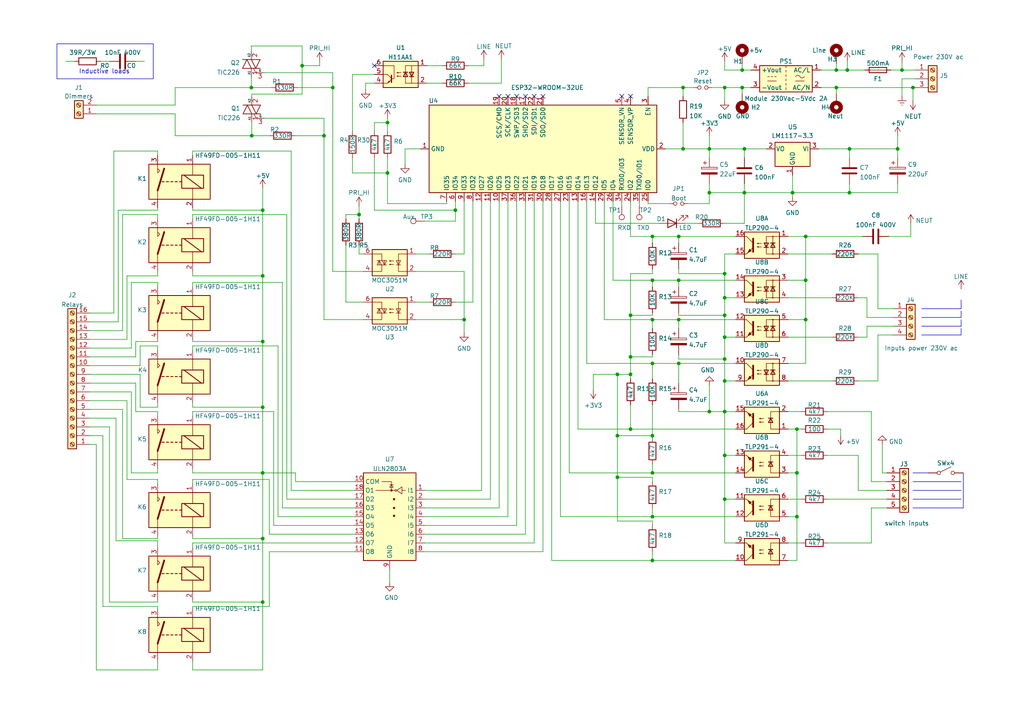
<source format=kicad_sch>
(kicad_sch (version 20220404) (generator eeschema)
  (paper "A4")
  (junction (at 182.88 108.585))
  (junction (at 189.23 105.41))
  (junction (at 76.2 156.21))
  (junction (at 189.23 126.365))
  (junction (at 73.025 39.37))
  (junction (at 242.57 25.4))
  (junction (at 233.68 68.58))
  (junction (at 189.23 137.16))
  (junction (at 182.88 91.44))
  (junction (at 134.62 92.71))
  (junction (at 198.12 25.4))
  (junction (at 76.2 80.01))
  (junction (at 112.395 50.165))
  (junction (at 215.9 43.18))
  (junction (at 189.23 68.58))
  (junction (at 205.74 55.88))
  (junction (at 210.185 104.14))
  (junction (at 231.14 124.46))
  (junction (at 179.07 126.365))
  (junction (at 210.185 25.4))
  (junction (at 189.23 92.71))
  (junction (at 76.2 137.16))
  (junction (at 210.185 79.375))
  (junction (at 242.57 20.32))
  (junction (at 96.52 25.4))
  (junction (at 196.85 68.58))
  (junction (at 231.14 137.16))
  (junction (at 76.2 174.625))
  (junction (at 182.88 124.46))
  (junction (at 210.185 91.44))
  (junction (at 198.12 43.18))
  (junction (at 246.38 55.88))
  (junction (at 215.265 25.4))
  (junction (at 205.74 119.38))
  (junction (at 210.185 144.78))
  (junction (at 233.68 92.71))
  (junction (at 112.395 35.56))
  (junction (at 189.23 81.28))
  (junction (at 182.88 103.505))
  (junction (at 189.23 149.86))
  (junction (at 76.2 99.06))
  (junction (at 76.2 118.11))
  (junction (at 210.185 132.08))
  (junction (at 215.265 20.32))
  (junction (at 261.62 20.32))
  (junction (at 72.898 25.4))
  (junction (at 233.68 81.28))
  (junction (at 229.87 55.88))
  (junction (at 93.98 39.37))
  (junction (at 179.07 108.585))
  (junction (at 205.74 43.18))
  (junction (at 104.14 62.23))
  (junction (at 246.38 43.18))
  (junction (at 196.85 92.71))
  (junction (at 215.9 55.88))
  (junction (at 179.07 138.43))
  (junction (at 260.35 43.18))
  (junction (at 196.85 81.28))
  (junction (at 210.185 110.49))
  (junction (at 76.2 60.96))
  (junction (at 231.14 149.86))
  (junction (at 196.85 105.41))
  (junction (at 87.63 19.05))
  (junction (at 245.745 20.32))
  (junction (at 264.795 25.4))
  (junction (at 210.185 119.38))
  (junction (at 132.08 60.96))
  (junction (at 210.185 86.36))
  (junction (at 210.185 97.79))
  (junction (at 189.23 162.56))
  (no_connect (at 144.78 27.94))
  (no_connect (at 147.32 27.94))
  (no_connect (at 149.86 27.94))
  (no_connect (at 152.4 27.94))
  (no_connect (at 154.94 27.94))
  (no_connect (at 180.34 27.94))
  (no_connect (at 157.48 27.94))
  (no_connect (at 182.88 27.94))
  (no_connect (at 108.585 19.05))
  (wire (pts (xy 26.035 123.825) (xy 31.75 123.825)))
  (wire (pts (xy 261.62 22.86) (xy 261.62 27.94)))
  (wire (pts (xy 93.98 34.29) (xy 93.98 39.37)))
  (wire (pts (xy 76.2 60.96) (xy 76.2 80.01)))
  (wire (pts (xy 189.23 134.62) (xy 189.23 137.16)))
  (wire (pts (xy 73.025 39.37) (xy 78.105 39.37)))
  (wire (pts (xy 40.64 100.33) (xy 40.64 106.045)))
  (wire (pts (xy 228.6 68.58) (xy 233.68 68.58)))
  (wire (pts (xy 45.72 80.01) (xy 45.72 78.74)))
  (wire (pts (xy 259.08 89.535) (xy 254.635 89.535)))
  (wire (pts (xy 55.88 139.065) (xy 55.88 140.335)))
  (wire (pts (xy 189.23 105.41) (xy 196.85 105.41)))
  (wire (pts (xy 55.88 43.815) (xy 84.455 43.815)))
  (polyline (pts (xy 278.765 90.17) (xy 278.765 92.075)))
  (wire (pts (xy 210.185 25.4) (xy 210.185 29.21)))
  (wire (pts (xy 189.23 117.475) (xy 189.23 126.365)))
  (wire (pts (xy 231.14 124.46) (xy 232.41 124.46)))
  (wire (pts (xy 39.37 99.06) (xy 39.37 103.505)))
  (wire (pts (xy 132.08 87.63) (xy 137.16 87.63)))
  (wire (pts (xy 45.72 139.065) (xy 45.72 140.335)))
  (wire (pts (xy 139.7 142.24) (xy 123.19 142.24)))
  (wire (pts (xy 228.6 73.66) (xy 241.3 73.66)))
  (wire (pts (xy 35.56 62.23) (xy 35.56 95.885)))
  (wire (pts (xy 123.19 160.02) (xy 157.48 160.02)))
  (wire (pts (xy 177.8 81.28) (xy 189.23 81.28)))
  (wire (pts (xy 196.85 104.14) (xy 210.185 104.14)))
  (wire (pts (xy 196.85 90.805) (xy 196.85 91.44)))
  (wire (pts (xy 35.56 156.21) (xy 45.72 156.21)))
  (wire (pts (xy 189.23 151.13) (xy 179.07 151.13)))
  (wire (pts (xy 78.105 175.895) (xy 78.105 160.02)))
  (wire (pts (xy 26.035 90.805) (xy 33.02 90.805)))
  (wire (pts (xy 121.92 43.18) (xy 117.475 43.18)))
  (polyline (pts (xy 279.4 137.16) (xy 279.4 147.32)))
  (wire (pts (xy 29.845 175.895) (xy 45.72 175.895)))
  (wire (pts (xy 254.635 73.66) (xy 248.92 73.66)))
  (wire (pts (xy 210.185 97.79) (xy 210.185 104.14)))
  (wire (pts (xy 260.35 53.34) (xy 260.35 55.88)))
  (wire (pts (xy 228.6 81.28) (xy 233.68 81.28)))
  (wire (pts (xy 45.72 194.31) (xy 45.72 191.77)))
  (wire (pts (xy 26.035 118.745) (xy 35.56 118.745)))
  (wire (pts (xy 189.23 160.02) (xy 189.23 162.56)))
  (wire (pts (xy 231.14 137.16) (xy 228.6 137.16)))
  (wire (pts (xy 105.41 92.71) (xy 93.98 92.71)))
  (wire (pts (xy 210.185 132.08) (xy 213.36 132.08)))
  (wire (pts (xy 167.64 124.46) (xy 167.64 58.42)))
  (wire (pts (xy 27.94 194.31) (xy 45.72 194.31)))
  (wire (pts (xy 27.94 30.48) (xy 50.8 30.48)))
  (wire (pts (xy 199.39 59.055) (xy 205.74 59.055)))
  (wire (pts (xy 233.68 81.28) (xy 233.68 68.58)))
  (wire (pts (xy 189.23 126.365) (xy 179.07 126.365)))
  (wire (pts (xy 45.72 101.6) (xy 45.72 100.33)))
  (wire (pts (xy 36.83 139.065) (xy 45.72 139.065)))
  (wire (pts (xy 79.375 119.38) (xy 79.375 152.4)))
  (wire (pts (xy 55.88 174.625) (xy 76.2 174.625)))
  (wire (pts (xy 87.63 13.335) (xy 87.63 19.05)))
  (wire (pts (xy 55.88 120.65) (xy 55.88 119.38)))
  (wire (pts (xy 87.63 19.05) (xy 87.63 27.305)))
  (wire (pts (xy 123.825 19.05) (xy 128.27 19.05)))
  (wire (pts (xy 154.94 58.42) (xy 154.94 157.48)))
  (wire (pts (xy 205.74 53.34) (xy 205.74 55.88)))
  (wire (pts (xy 259.08 94.615) (xy 251.46 94.615)))
  (wire (pts (xy 45.72 176.53) (xy 45.72 175.895)))
  (wire (pts (xy 50.8 30.48) (xy 50.8 25.4)))
  (wire (pts (xy 108.585 38.1) (xy 108.585 35.56)))
  (wire (pts (xy 85.725 39.37) (xy 93.98 39.37)))
  (wire (pts (xy 182.88 91.44) (xy 189.23 91.44)))
  (wire (pts (xy 196.85 79.375) (xy 210.185 79.375)))
  (wire (pts (xy 39.37 111.125) (xy 26.035 111.125)))
  (polyline (pts (xy 264.795 139.7) (xy 278.765 139.7)))
  (wire (pts (xy 102.235 21.59) (xy 102.235 38.1)))
  (wire (pts (xy 228.6 86.36) (xy 241.3 86.36)))
  (wire (pts (xy 228.6 110.49) (xy 241.3 110.49)))
  (wire (pts (xy 257.175 139.7) (xy 252.73 139.7)))
  (wire (pts (xy 112.395 45.72) (xy 112.395 50.165)))
  (wire (pts (xy 189.23 92.71) (xy 189.23 95.25)))
  (wire (pts (xy 196.85 92.71) (xy 189.23 92.71)))
  (wire (pts (xy 123.19 154.94) (xy 152.4 154.94)))
  (wire (pts (xy 80.645 100.33) (xy 80.645 149.86)))
  (wire (pts (xy 120.65 92.71) (xy 134.62 92.71)))
  (wire (pts (xy 198.755 64.77) (xy 202.565 64.77)))
  (wire (pts (xy 112.395 34.29) (xy 112.395 35.56)))
  (wire (pts (xy 96.52 78.74) (xy 105.41 78.74)))
  (wire (pts (xy 55.88 157.48) (xy 102.87 157.48)))
  (wire (pts (xy 251.46 86.36) (xy 248.92 86.36)))
  (wire (pts (xy 196.85 119.38) (xy 205.74 119.38)))
  (wire (pts (xy 205.74 43.18) (xy 215.9 43.18)))
  (wire (pts (xy 112.395 50.165) (xy 102.235 50.165)))
  (wire (pts (xy 76.2 156.21) (xy 76.2 174.625)))
  (wire (pts (xy 264.16 64.77) (xy 264.16 68.58)))
  (wire (pts (xy 210.185 132.08) (xy 210.185 144.78)))
  (wire (pts (xy 248.92 132.08) (xy 248.92 142.24)))
  (wire (pts (xy 96.52 21.082) (xy 96.52 25.4)))
  (wire (pts (xy 78.105 154.94) (xy 102.87 154.94)))
  (wire (pts (xy 264.16 68.58) (xy 257.81 68.58)))
  (wire (pts (xy 102.87 147.32) (xy 81.915 147.32)))
  (wire (pts (xy 252.73 157.48) (xy 240.03 157.48)))
  (wire (pts (xy 189.23 162.56) (xy 160.02 162.56)))
  (wire (pts (xy 213.36 149.86) (xy 189.23 149.86)))
  (wire (pts (xy 72.898 14.732) (xy 72.898 13.335)))
  (wire (pts (xy 210.185 157.48) (xy 213.36 157.48)))
  (wire (pts (xy 240.03 144.78) (xy 257.175 144.78)))
  (wire (pts (xy 182.88 91.44) (xy 182.88 103.505)))
  (wire (pts (xy 245.745 17.78) (xy 245.745 20.32)))
  (wire (pts (xy 165.1 137.16) (xy 189.23 137.16)))
  (wire (pts (xy 170.18 105.41) (xy 189.23 105.41)))
  (wire (pts (xy 215.9 55.88) (xy 229.87 55.88)))
  (wire (pts (xy 113.03 165.1) (xy 113.03 168.91)))
  (wire (pts (xy 26.035 113.665) (xy 38.1 113.665)))
  (wire (pts (xy 260.35 39.37) (xy 260.35 43.18)))
  (wire (pts (xy 45.72 119.38) (xy 39.37 119.38)))
  (wire (pts (xy 55.88 98.425) (xy 55.88 99.06)))
  (wire (pts (xy 29.845 175.895) (xy 29.845 126.365)))
  (wire (pts (xy 45.72 100.33) (xy 40.64 100.33)))
  (wire (pts (xy 189.23 138.43) (xy 179.07 138.43)))
  (wire (pts (xy 189.23 152.4) (xy 189.23 151.13)))
  (polyline (pts (xy 278.765 86.995) (xy 278.765 89.535)))
  (wire (pts (xy 112.395 35.56) (xy 112.395 38.1)))
  (wire (pts (xy 255.905 128.905) (xy 255.905 137.16)))
  (wire (pts (xy 36.83 116.205) (xy 36.83 139.065)))
  (wire (pts (xy 87.63 19.05) (xy 92.71 19.05)))
  (wire (pts (xy 238.125 20.32) (xy 242.57 20.32)))
  (wire (pts (xy 210.185 86.36) (xy 210.185 91.44)))
  (wire (pts (xy 261.62 17.78) (xy 261.62 20.32)))
  (wire (pts (xy 31.75 123.825) (xy 31.75 174.625)))
  (wire (pts (xy 135.89 24.13) (xy 145.415 24.13)))
  (wire (pts (xy 137.16 58.42) (xy 137.16 87.63)))
  (wire (pts (xy 157.48 160.02) (xy 157.48 58.42)))
  (wire (pts (xy 84.455 142.24) (xy 102.87 142.24)))
  (polyline (pts (xy 267.335 94.615) (xy 278.765 94.615)))
  (wire (pts (xy 189.23 78.105) (xy 189.23 79.375)))
  (wire (pts (xy 237.49 43.18) (xy 246.38 43.18)))
  (wire (pts (xy 251.46 92.075) (xy 251.46 86.36)))
  (wire (pts (xy 139.7 58.42) (xy 139.7 142.24)))
  (wire (pts (xy 26.035 98.425) (xy 36.83 98.425)))
  (wire (pts (xy 177.8 58.42) (xy 177.8 81.28)))
  (wire (pts (xy 38.1 137.16) (xy 38.1 113.665)))
  (wire (pts (xy 45.72 156.21) (xy 45.72 155.575)))
  (wire (pts (xy 76.708 21.082) (xy 96.52 21.082)))
  (wire (pts (xy 257.175 147.32) (xy 252.73 147.32)))
  (wire (pts (xy 55.88 175.895) (xy 78.105 175.895)))
  (wire (pts (xy 55.88 135.89) (xy 55.88 137.16)))
  (wire (pts (xy 254.635 97.155) (xy 254.635 110.49)))
  (wire (pts (xy 45.72 45.085) (xy 45.72 43.815)))
  (wire (pts (xy 182.88 103.505) (xy 182.88 108.585)))
  (wire (pts (xy 189.23 105.41) (xy 189.23 109.855)))
  (wire (pts (xy 93.98 39.37) (xy 93.98 92.71)))
  (wire (pts (xy 26.035 128.905) (xy 27.94 128.905)))
  (wire (pts (xy 33.655 156.845) (xy 33.655 121.285)))
  (polyline (pts (xy 264.795 142.24) (xy 278.765 142.24)))
  (wire (pts (xy 55.88 99.06) (xy 76.2 99.06)))
  (wire (pts (xy 172.72 64.77) (xy 172.72 58.42)))
  (wire (pts (xy 152.4 154.94) (xy 152.4 58.42)))
  (wire (pts (xy 149.86 152.4) (xy 123.19 152.4)))
  (wire (pts (xy 228.6 162.56) (xy 231.14 162.56)))
  (polyline (pts (xy 264.795 144.78) (xy 278.765 144.78)))
  (wire (pts (xy 86.36 25.4) (xy 96.52 25.4)))
  (wire (pts (xy 228.6 97.79) (xy 241.3 97.79)))
  (wire (pts (xy 254.635 110.49) (xy 248.92 110.49)))
  (wire (pts (xy 29.21 17.78) (xy 31.75 17.78)))
  (wire (pts (xy 29.845 126.365) (xy 26.035 126.365)))
  (wire (pts (xy 182.88 124.46) (xy 213.36 124.46)))
  (wire (pts (xy 210.185 20.32) (xy 215.265 20.32)))
  (wire (pts (xy 189.23 92.71) (xy 175.26 92.71)))
  (wire (pts (xy 39.37 103.505) (xy 26.035 103.505)))
  (wire (pts (xy 120.65 73.66) (xy 124.46 73.66)))
  (wire (pts (xy 257.175 142.24) (xy 248.92 142.24)))
  (wire (pts (xy 34.29 60.96) (xy 45.72 60.96)))
  (wire (pts (xy 55.88 158.75) (xy 55.88 157.48)))
  (wire (pts (xy 117.475 43.18) (xy 117.475 47.625)))
  (wire (pts (xy 215.265 25.4) (xy 217.805 25.4)))
  (wire (pts (xy 40.64 106.045) (xy 26.035 106.045)))
  (wire (pts (xy 210.185 91.44) (xy 210.185 97.79)))
  (wire (pts (xy 189.23 81.28) (xy 196.85 81.28)))
  (wire (pts (xy 134.62 92.71) (xy 134.62 78.74)))
  (wire (pts (xy 50.8 39.37) (xy 73.025 39.37)))
  (wire (pts (xy 55.88 60.96) (xy 76.2 60.96)))
  (wire (pts (xy 246.38 55.88) (xy 260.35 55.88)))
  (wire (pts (xy 215.265 18.415) (xy 215.265 20.32)))
  (wire (pts (xy 27.94 33.02) (xy 50.8 33.02)))
  (wire (pts (xy 252.73 119.38) (xy 252.73 139.7)))
  (wire (pts (xy 229.87 55.88) (xy 246.38 55.88)))
  (polyline (pts (xy 278.765 92.71) (xy 278.765 94.615)))
  (wire (pts (xy 55.88 175.895) (xy 55.88 176.53)))
  (wire (pts (xy 182.88 124.46) (xy 167.64 124.46)))
  (wire (pts (xy 108.585 35.56) (xy 112.395 35.56)))
  (wire (pts (xy 213.36 73.66) (xy 210.185 73.66)))
  (wire (pts (xy 198.12 35.56) (xy 198.12 43.18)))
  (wire (pts (xy 55.88 100.33) (xy 80.645 100.33)))
  (wire (pts (xy 112.395 59.055) (xy 112.395 50.165)))
  (wire (pts (xy 210.185 79.375) (xy 210.185 86.36)))
  (wire (pts (xy 55.88 118.11) (xy 76.2 118.11)))
  (wire (pts (xy 129.54 59.055) (xy 112.395 59.055)))
  (polyline (pts (xy 264.795 137.16) (xy 269.24 137.16)))
  (wire (pts (xy 246.38 43.18) (xy 246.38 45.72)))
  (wire (pts (xy 45.72 116.84) (xy 45.72 118.11)))
  (wire (pts (xy 120.65 78.74) (xy 134.62 78.74)))
  (wire (pts (xy 228.6 92.71) (xy 233.68 92.71)))
  (wire (pts (xy 26.035 93.345) (xy 34.29 93.345)))
  (wire (pts (xy 45.72 98.425) (xy 45.72 99.06)))
  (wire (pts (xy 147.32 149.86) (xy 147.32 58.42)))
  (wire (pts (xy 92.71 17.78) (xy 92.71 19.05)))
  (wire (pts (xy 144.78 147.32) (xy 123.19 147.32)))
  (wire (pts (xy 36.83 80.01) (xy 45.72 80.01)))
  (wire (pts (xy 205.74 55.88) (xy 215.9 55.88)))
  (wire (pts (xy 45.72 62.23) (xy 35.56 62.23)))
  (wire (pts (xy 198.12 43.18) (xy 205.74 43.18)))
  (wire (pts (xy 185.42 58.42) (xy 185.42 59.69)))
  (wire (pts (xy 215.9 55.88) (xy 215.9 64.77)))
  (wire (pts (xy 229.87 50.8) (xy 229.87 55.88)))
  (wire (pts (xy 231.14 149.86) (xy 231.14 137.16)))
  (wire (pts (xy 210.185 104.14) (xy 210.185 110.49)))
  (wire (pts (xy 120.65 87.63) (xy 124.46 87.63)))
  (wire (pts (xy 182.88 117.475) (xy 182.88 124.46)))
  (wire (pts (xy 259.08 92.075) (xy 251.46 92.075)))
  (wire (pts (xy 76.2 99.06) (xy 76.2 118.11)))
  (wire (pts (xy 45.72 135.89) (xy 45.72 137.16)))
  (wire (pts (xy 189.23 83.185) (xy 189.23 81.28)))
  (wire (pts (xy 179.07 126.365) (xy 179.07 108.585)))
  (wire (pts (xy 104.14 73.66) (xy 105.41 73.66)))
  (wire (pts (xy 228.6 157.48) (xy 232.41 157.48)))
  (polyline (pts (xy 278.765 95.25) (xy 278.765 97.155)))
  (wire (pts (xy 134.62 92.71) (xy 134.62 96.52)))
  (wire (pts (xy 154.94 157.48) (xy 123.19 157.48)))
  (wire (pts (xy 264.795 25.4) (xy 265.43 25.4)))
  (wire (pts (xy 196.85 92.71) (xy 196.85 95.25)))
  (wire (pts (xy 205.74 59.055) (xy 205.74 55.88)))
  (wire (pts (xy 73.025 27.305) (xy 73.025 27.94)))
  (wire (pts (xy 149.86 58.42) (xy 149.86 152.4)))
  (wire (pts (xy 194.31 59.055) (xy 187.96 59.055)))
  (wire (pts (xy 76.2 54.61) (xy 76.2 60.96)))
  (wire (pts (xy 72.898 25.4) (xy 78.74 25.4)))
  (wire (pts (xy 189.23 68.58) (xy 196.85 68.58)))
  (wire (pts (xy 196.85 111.125) (xy 196.85 105.41)))
  (wire (pts (xy 78.105 139.065) (xy 78.105 154.94)))
  (wire (pts (xy 106.045 24.13) (xy 106.045 26.035)))
  (wire (pts (xy 72.898 13.335) (xy 87.63 13.335)))
  (wire (pts (xy 135.89 19.05) (xy 140.335 19.05)))
  (wire (pts (xy 104.14 59.69) (xy 104.14 62.23)))
  (wire (pts (xy 45.72 83.185) (xy 45.72 81.915)))
  (wire (pts (xy 233.68 92.71) (xy 233.68 81.28)))
  (wire (pts (xy 245.745 20.32) (xy 250.825 20.32)))
  (wire (pts (xy 189.23 68.58) (xy 189.23 70.485)))
  (wire (pts (xy 76.2 174.625) (xy 76.2 194.31)))
  (wire (pts (xy 132.08 64.135) (xy 132.08 60.96)))
  (wire (pts (xy 179.07 138.43) (xy 179.07 126.365)))
  (wire (pts (xy 34.29 93.345) (xy 34.29 60.96)))
  (wire (pts (xy 39.37 17.78) (xy 41.91 17.78)))
  (wire (pts (xy 196.85 118.745) (xy 196.85 119.38)))
  (wire (pts (xy 180.34 58.42) (xy 180.34 59.69)))
  (wire (pts (xy 50.8 25.4) (xy 72.898 25.4)))
  (wire (pts (xy 26.035 116.205) (xy 36.83 116.205)))
  (wire (pts (xy 87.63 27.305) (xy 73.025 27.305)))
  (wire (pts (xy 210.185 119.38) (xy 210.185 132.08)))
  (wire (pts (xy 189.23 79.375) (xy 182.88 79.375)))
  (wire (pts (xy 198.12 25.4) (xy 187.96 25.4)))
  (wire (pts (xy 257.175 137.16) (xy 255.905 137.16)))
  (wire (pts (xy 83.185 62.23) (xy 55.88 62.23)))
  (wire (pts (xy 213.36 144.78) (xy 210.185 144.78)))
  (wire (pts (xy 264.795 25.4) (xy 264.795 29.21)))
  (wire (pts (xy 55.88 119.38) (xy 79.375 119.38)))
  (wire (pts (xy 189.23 137.16) (xy 213.36 137.16)))
  (wire (pts (xy 55.88 101.6) (xy 55.88 100.33)))
  (wire (pts (xy 144.78 58.42) (xy 144.78 147.32)))
  (wire (pts (xy 81.915 81.915) (xy 55.88 81.915)))
  (wire (pts (xy 55.88 78.74) (xy 55.88 80.01)))
  (wire (pts (xy 172.72 64.77) (xy 191.135 64.77)))
  (polyline (pts (xy 267.335 89.535) (xy 278.765 89.535)))
  (wire (pts (xy 33.655 121.285) (xy 26.035 121.285)))
  (wire (pts (xy 100.33 62.23) (xy 104.14 62.23)))
  (wire (pts (xy 228.6 119.38) (xy 232.41 119.38)))
  (wire (pts (xy 38.1 81.915) (xy 38.1 100.965)))
  (wire (pts (xy 205.74 119.38) (xy 210.185 119.38)))
  (wire (pts (xy 240.03 132.08) (xy 248.92 132.08)))
  (wire (pts (xy 198.12 27.94) (xy 198.12 25.4)))
  (wire (pts (xy 189.23 139.7) (xy 189.23 138.43)))
  (wire (pts (xy 72.898 22.352) (xy 72.898 25.4)))
  (wire (pts (xy 76.835 34.29) (xy 93.98 34.29)))
  (wire (pts (xy 251.46 94.615) (xy 251.46 97.79)))
  (wire (pts (xy 189.23 102.87) (xy 189.23 103.505)))
  (wire (pts (xy 231.14 124.46) (xy 231.14 137.16)))
  (wire (pts (xy 76.2 80.01) (xy 76.2 99.06)))
  (wire (pts (xy 45.72 120.65) (xy 45.72 119.38)))
  (wire (pts (xy 55.88 80.01) (xy 76.2 80.01)))
  (wire (pts (xy 242.57 18.415) (xy 242.57 20.32)))
  (wire (pts (xy 38.1 100.965) (xy 26.035 100.965)))
  (wire (pts (xy 179.07 151.13) (xy 179.07 138.43)))
  (wire (pts (xy 206.375 25.4) (xy 210.185 25.4)))
  (wire (pts (xy 228.6 105.41) (xy 233.68 105.41)))
  (wire (pts (xy 215.265 20.32) (xy 217.805 20.32)))
  (wire (pts (xy 78.105 160.02) (xy 102.87 160.02)))
  (wire (pts (xy 55.88 60.325) (xy 55.88 60.96)))
  (wire (pts (xy 76.2 194.31) (xy 55.88 194.31)))
  (wire (pts (xy 76.2 118.11) (xy 76.2 137.16)))
  (wire (pts (xy 55.88 156.21) (xy 76.2 156.21)))
  (wire (pts (xy 189.23 149.86) (xy 162.56 149.86)))
  (wire (pts (xy 108.585 21.59) (xy 102.235 21.59)))
  (wire (pts (xy 55.88 137.16) (xy 76.2 137.16)))
  (wire (pts (xy 39.37 119.38) (xy 39.37 111.125)))
  (wire (pts (xy 196.85 70.485) (xy 196.85 68.58)))
  (wire (pts (xy 229.87 55.88) (xy 229.87 57.15)))
  (wire (pts (xy 210.185 64.77) (xy 215.9 64.77)))
  (wire (pts (xy 205.74 45.72) (xy 205.74 43.18)))
  (wire (pts (xy 175.26 58.42) (xy 175.26 92.71)))
  (wire (pts (xy 45.72 99.06) (xy 39.37 99.06)))
  (wire (pts (xy 189.23 103.505) (xy 182.88 103.505)))
  (wire (pts (xy 213.36 162.56) (xy 189.23 162.56)))
  (wire (pts (xy 215.265 27.305) (xy 215.265 25.4)))
  (wire (pts (xy 210.185 110.49) (xy 210.185 119.38)))
  (wire (pts (xy 189.23 127) (xy 189.23 126.365)))
  (wire (pts (xy 170.18 105.41) (xy 170.18 58.42)))
  (wire (pts (xy 198.12 25.4) (xy 201.295 25.4)))
  (wire (pts (xy 45.72 137.16) (xy 38.1 137.16)))
  (wire (pts (xy 100.33 63.5) (xy 100.33 62.23)))
  (wire (pts (xy 233.68 105.41) (xy 233.68 92.71)))
  (wire (pts (xy 19.05 17.78) (xy 21.59 17.78)))
  (wire (pts (xy 96.52 25.4) (xy 96.52 78.74)))
  (wire (pts (xy 205.74 39.37) (xy 205.74 43.18)))
  (wire (pts (xy 55.88 62.23) (xy 55.88 63.5)))
  (wire (pts (xy 196.85 81.28) (xy 196.85 83.185)))
  (wire (pts (xy 123.825 24.13) (xy 128.27 24.13)))
  (wire (pts (xy 228.6 132.08) (xy 232.41 132.08)))
  (wire (pts (xy 196.85 68.58) (xy 213.36 68.58)))
  (wire (pts (xy 55.88 194.31) (xy 55.88 191.77)))
  (wire (pts (xy 233.68 68.58) (xy 250.19 68.58)))
  (wire (pts (xy 165.1 137.16) (xy 165.1 58.42)))
  (wire (pts (xy 45.72 43.815) (xy 33.02 43.815)))
  (wire (pts (xy 55.88 173.99) (xy 55.88 174.625)))
  (wire (pts (xy 179.07 108.585) (xy 182.88 108.585)))
  (wire (pts (xy 222.25 43.18) (xy 215.9 43.18)))
  (wire (pts (xy 182.88 108.585) (xy 182.88 109.855)))
  (wire (pts (xy 265.43 22.86) (xy 261.62 22.86)))
  (wire (pts (xy 172.085 113.03) (xy 172.085 108.585)))
  (wire (pts (xy 213.36 81.28) (xy 196.85 81.28)))
  (wire (pts (xy 45.72 156.845) (xy 33.655 156.845)))
  (wire (pts (xy 242.57 20.32) (xy 245.745 20.32)))
  (wire (pts (xy 40.64 108.585) (xy 40.64 118.11)))
  (wire (pts (xy 196.85 91.44) (xy 210.185 91.44)))
  (wire (pts (xy 45.72 158.75) (xy 45.72 156.845)))
  (wire (pts (xy 210.185 97.79) (xy 213.36 97.79)))
  (wire (pts (xy 83.185 144.78) (xy 83.185 62.23)))
  (wire (pts (xy 259.08 97.155) (xy 254.635 97.155)))
  (wire (pts (xy 228.6 144.78) (xy 232.41 144.78)))
  (polyline (pts (xy 264.795 147.32) (xy 279.4 147.32)))
  (wire (pts (xy 123.19 64.135) (xy 132.08 64.135)))
  (wire (pts (xy 81.915 147.32) (xy 81.915 81.915)))
  (wire (pts (xy 45.72 174.625) (xy 45.72 173.99)))
  (wire (pts (xy 243.84 126.365) (xy 243.84 124.46)))
  (wire (pts (xy 76.2 137.16) (xy 76.2 156.21)))
  (wire (pts (xy 215.9 43.18) (xy 215.9 45.72)))
  (wire (pts (xy 134.62 58.42) (xy 134.62 73.66)))
  (wire (pts (xy 160.02 162.56) (xy 160.02 58.42)))
  (wire (pts (xy 260.35 43.18) (xy 260.35 45.72)))
  (wire (pts (xy 132.08 60.96) (xy 108.585 60.96)))
  (wire (pts (xy 50.8 33.02) (xy 50.8 39.37)))
  (wire (pts (xy 140.335 19.05) (xy 140.335 17.145)))
  (wire (pts (xy 261.62 20.32) (xy 265.43 20.32)))
  (wire (pts (xy 228.6 149.86) (xy 231.14 149.86)))
  (wire (pts (xy 145.415 24.13) (xy 145.415 17.145)))
  (wire (pts (xy 210.185 110.49) (xy 213.36 110.49)))
  (wire (pts (xy 240.03 119.38) (xy 252.73 119.38)))
  (wire (pts (xy 73.025 35.56) (xy 73.025 39.37)))
  (wire (pts (xy 85.725 139.7) (xy 85.725 137.16)))
  (wire (pts (xy 102.235 50.165) (xy 102.235 45.72)))
  (wire (pts (xy 104.14 62.23) (xy 104.14 63.5)))
  (wire (pts (xy 258.445 20.32) (xy 261.62 20.32)))
  (wire (pts (xy 210.185 73.66) (xy 210.185 79.375)))
  (polyline (pts (xy 267.335 92.075) (xy 278.765 92.075)))
  (wire (pts (xy 187.96 59.055) (xy 187.96 58.42)))
  (wire (pts (xy 102.87 144.78) (xy 83.185 144.78)))
  (wire (pts (xy 55.88 116.84) (xy 55.88 118.11)))
  (wire (pts (xy 100.33 71.12) (xy 100.33 87.63)))
  (wire (pts (xy 104.14 71.12) (xy 104.14 73.66)))
  (wire (pts (xy 31.75 174.625) (xy 45.72 174.625)))
  (wire (pts (xy 123.19 149.86) (xy 147.32 149.86)))
  (wire (pts (xy 196.85 105.41) (xy 213.36 105.41)))
  (wire (pts (xy 205.74 111.76) (xy 205.74 119.38)))
  (wire (pts (xy 172.085 108.585) (xy 179.07 108.585)))
  (wire (pts (xy 182.88 79.375) (xy 182.88 91.44)))
  (wire (pts (xy 254.635 89.535) (xy 254.635 73.66)))
  (wire (pts (xy 132.08 60.96) (xy 132.08 58.42)))
  (wire (pts (xy 55.88 45.085) (xy 55.88 43.815)))
  (wire (pts (xy 196.85 78.105) (xy 196.85 79.375)))
  (wire (pts (xy 27.94 128.905) (xy 27.94 194.31)))
  (wire (pts (xy 55.88 81.915) (xy 55.88 83.185)))
  (wire (pts (xy 231.14 149.86) (xy 231.14 162.56)))
  (wire (pts (xy 248.92 97.79) (xy 251.46 97.79)))
  (wire (pts (xy 213.36 92.71) (xy 196.85 92.71)))
  (wire (pts (xy 187.96 25.4) (xy 187.96 27.94)))
  (wire (pts (xy 238.125 25.4) (xy 242.57 25.4)))
  (wire (pts (xy 45.72 118.11) (xy 40.64 118.11)))
  (wire (pts (xy 129.54 59.055) (xy 129.54 58.42)))
  (wire (pts (xy 79.375 152.4) (xy 102.87 152.4)))
  (wire (pts (xy 108.585 24.13) (xy 106.045 24.13)))
  (wire (pts (xy 215.9 53.34) (xy 215.9 55.88)))
  (wire (pts (xy 134.62 73.66) (xy 132.08 73.66)))
  (wire (pts (xy 33.02 43.815) (xy 33.02 90.805)))
  (wire (pts (xy 196.85 102.87) (xy 196.85 104.14)))
  (wire (pts (xy 108.585 60.96) (xy 108.585 45.72)))
  (wire (pts (xy 35.56 118.745) (xy 35.56 156.21)))
  (wire (pts (xy 35.56 95.885) (xy 26.035 95.885)))
  (wire (pts (xy 36.83 98.425) (xy 36.83 80.01)))
  (wire (pts (xy 210.185 25.4) (xy 215.265 25.4)))
  (wire (pts (xy 252.73 147.32) (xy 252.73 157.48)))
  (wire (pts (xy 142.24 144.78) (xy 142.24 58.42)))
  (wire (pts (xy 189.23 147.32) (xy 189.23 149.86)))
  (wire (pts (xy 80.645 149.86) (xy 102.87 149.86)))
  (wire (pts (xy 228.6 124.46) (xy 231.14 124.46)))
  (wire (pts (xy 213.36 119.38) (xy 210.185 119.38)))
  (wire (pts (xy 40.64 108.585) (xy 26.035 108.585)))
  (wire (pts (xy 182.88 58.42) (xy 182.88 68.58)))
  (wire (pts (xy 242.57 25.4) (xy 242.57 27.305)))
  (wire (pts (xy 84.455 43.815) (xy 84.455 142.24)))
  (wire (pts (xy 210.185 86.36) (xy 213.36 86.36)))
  (wire (pts (xy 243.84 124.46) (xy 240.03 124.46)))
  (wire (pts (xy 55.88 139.065) (xy 78.105 139.065)))
  (wire (pts (xy 105.41 87.63) (xy 100.33 87.63)))
  (wire (pts (xy 246.38 43.18) (xy 260.35 43.18)))
  (wire (pts (xy 246.38 53.34) (xy 246.38 55.88)))
  (wire (pts (xy 193.04 43.18) (xy 198.12 43.18)))
  (wire (pts (xy 182.88 68.58) (xy 189.23 68.58)))
  (polyline (pts (xy 267.335 97.155) (xy 278.765 97.155)))
  (wire (pts (xy 45.72 63.5) (xy 45.72 62.23)))
  (wire (pts (xy 102.87 139.7) (xy 85.725 139.7)))
  (wire (pts (xy 55.88 155.575) (xy 55.88 156.21)))
  (wire (pts (xy 123.19 144.78) (xy 142.24 144.78)))
  (wire (pts (xy 45.72 60.96) (xy 45.72 60.325)))
  (wire (pts (xy 85.725 137.16) (xy 76.2 137.16)))
  (wire (pts (xy 45.72 81.915) (xy 38.1 81.915)))
  (wire (pts (xy 189.23 90.805) (xy 189.23 91.44)))
  (wire (pts (xy 162.56 149.86) (xy 162.56 58.42)))
  (wire (pts (xy 242.57 25.4) (xy 264.795 25.4)))
  (wire (pts (xy 210.185 17.78) (xy 210.185 20.32)))
  (wire (pts (xy 210.185 144.78) (xy 210.185 157.48)))
  (rectangle (start 16.51 12.7) (end 44.45 22.86) (stroke (width 0.1524)))
  (text "Inductive loads" (at 22.86 21.59 0) (effects (font (size 1.27 1.27)) (justify left bottom)))
  (symbol (lib_id "power:NEUT") (at 264.795 29.21 180) (unit 1)
    (default_instance (reference "U") (unit 1) (value "") (footprint ""))
    (property "Reference" "#PWR018" (effects hide))
    (property "Value" "NEUT" (at 264.795 33.7725 0))
  )
  (symbol (lib_id "Device:R") (at 112.395 41.91 180) (unit 1)
    (default_instance (reference "U") (unit 1) (value "") (footprint ""))
    (property "Reference" "R6" (at 114.173 41.0015 0) (effects (justify right)))
    (property "Value" "4k7" (at 112.395 43.815 90) (effects (justify right)))
    (property "Footprint" "Resistor_SMD:R_0805_2012Metric" (effects hide))
  )
  (symbol (lib_id "power:+5V") (at 243.84 126.365 180) (unit 1)
    (default_instance (reference "U") (unit 1) (value "") (footprint ""))
    (property "Reference" "#PWR019" (effects hide))
    (property "Value" "+5V" (at 245.237 128.114 0) (effects (justify right)))
  )
  (symbol (lib_id "Device:R") (at 245.11 110.49 90) (unit 1)
    (default_instance (reference "U") (unit 1) (value "") (footprint ""))
    (property "Reference" "R29" (at 245.11 107.95 90))
    (property "Value" "220K" (at 245.11 110.49 90))
    (property "Footprint" "Resistor_SMD:R_0805_2012Metric" (effects hide))
  )
  (symbol (lib_id "Device:R") (at 189.23 113.665 0) (unit 1)
    (default_instance (reference "U") (unit 1) (value "") (footprint ""))
    (property "Reference" "R15" (at 191.008 112.7565 0) (effects (justify left)))
    (property "Value" "10K" (at 189.23 115.57 90) (effects (justify left)))
    (property "Footprint" "Resistor_SMD:R_0805_2012Metric" (effects hide))
  )
  (symbol (lib_id "Device:CP") (at 196.85 99.06 0) (unit 1)
    (default_instance (reference "U") (unit 1) (value "") (footprint ""))
    (property "Reference" "C3" (at 199.771 97.2625 0) (effects (justify left)))
    (property "Value" "4.7uF" (at 199.771 100.0376 0) (effects (justify left)))
    (property "Footprint" "Capacitor_SMD:CP_Elec_3x5.4" (effects hide))
  )
  (symbol (lib_id "power:NEUT") (at 264.16 64.77 0) (unit 1)
    (default_instance (reference "U") (unit 1) (value "") (footprint ""))
    (property "Reference" "#PWR023" (effects hide))
    (property "Value" "NEUT" (at 265.557 63.979 0) (effects (justify left)))
  )
  (symbol (lib_id "Isolator:TLP291-4") (at 220.98 134.62 180) (unit 2)
    (default_instance (reference "U") (unit 1) (value "") (footprint ""))
    (property "Reference" "U6" (at 220.98 126.8435 0))
    (property "Value" "TLP291-4" (at 220.98 129.6186 0))
    (property "Footprint" "Package_SO:SOIC-16_4.55x10.3mm_P1.27mm" (effects hide))
    (property "Datasheet" "https://toshiba.semicon-storage.com/info/docget.jsp?did=12858&prodName=TLP291-4" (effects hide))
  )
  (symbol (lib_id "Connector:Screw_Terminal_01x05") (at 262.255 142.24 0) (unit 1)
    (default_instance (reference "U") (unit 1) (value "") (footprint ""))
    (property "Reference" "J3" (at 260.985 134.62 0) (effects (justify left)))
    (property "Value" "switch inputs" (at 256.54 151.765 0) (effects (justify left)))
    (property "Footprint" "Connector_Phoenix_MC:PhoenixContact_MCV_1,5_5-G-3.5_1x05_P3.50mm_Vertical" (effects hide))
  )
  (symbol (lib_id "Isolator:TLP291-4") (at 220.98 121.92 180) (unit 1)
    (default_instance (reference "U") (unit 1) (value "") (footprint ""))
    (property "Reference" "U6" (at 220.98 114.1435 0))
    (property "Value" "TLP291-4" (at 220.98 116.9186 0))
    (property "Footprint" "Package_SO:SOIC-16_4.55x10.3mm_P1.27mm" (effects hide))
    (property "Datasheet" "https://toshiba.semicon-storage.com/info/docget.jsp?did=12858&prodName=TLP291-4" (effects hide))
  )
  (symbol (lib_id "Device:R") (at 245.11 86.36 90) (unit 1)
    (default_instance (reference "U") (unit 1) (value "") (footprint ""))
    (property "Reference" "R27" (at 245.11 83.82 90))
    (property "Value" "220K" (at 245.11 86.36 90))
    (property "Footprint" "Resistor_SMD:R_0805_2012Metric" (effects hide))
  )
  (symbol (lib_id "power:+3V3") (at 112.395 34.29 0) (unit 1)
    (default_instance (reference "U") (unit 1) (value "") (footprint ""))
    (property "Reference" "#PWR05" (effects hide))
    (property "Value" "+3V3" (at 112.395 30.6855 0))
  )
  (symbol (lib_id "Connector:Screw_Terminal_01x03") (at 270.51 22.86 0) (unit 1)
    (default_instance (reference "U") (unit 1) (value "") (footprint ""))
    (property "Reference" "J5" (at 272.542 21.9515 0) (effects (justify left)))
    (property "Value" "Power 230V ac" (at 264.795 16.51 0) (effects (justify left)))
    (property "Footprint" "Connector_Phoenix_MC_HighVoltage:PhoenixContact_MCV_1,5_3-G-5.08_1x03_P5.08mm_Vertical" (effects hide))
  )
  (symbol (lib_id "Device:R") (at 198.12 31.75 180) (unit 1)
    (default_instance (reference "U") (unit 1) (value "") (footprint ""))
    (property "Reference" "R19" (at 199.898 30.8415 0) (effects (justify right)))
    (property "Value" "10K" (at 199.898 33.6166 0) (effects (justify right)))
    (property "Footprint" "Resistor_SMD:R_0805_2012Metric" (effects hide))
  )
  (symbol (lib_id "Connector:Screw_Terminal_01x02") (at 22.86 33.02 180) (unit 1)
    (default_instance (reference "J") (unit 1) (value "Screw_Terminal_01x02") (footprint ""))
    (property "Reference" "J1" (at 22.86 25.4 0))
    (property "Value" "Dimmers" (at 22.86 27.94 0))
    (property "Footprint" "Connector_Phoenix_MC:PhoenixContact_MCV_1,5_2-G-3.81_1x02_P3.81mm_Vertical" (effects hide))
  )
  (symbol (lib_id "power:GND") (at 255.905 128.905 180) (unit 1)
    (default_instance (reference "U") (unit 1) (value "") (footprint ""))
    (property "Reference" "#PWR020" (effects hide))
    (property "Value" "GND" (at 257.81 128.114 0) (effects (justify right)))
  )
  (symbol (lib_name "SANYOU_SRD_Form_A_1") (lib_id "Relay:SANYOU_SRD_Form_A") (at 50.8 109.22 0) (mirror y) (unit 1)
    (default_instance (reference "U") (unit 1) (value "") (footprint ""))
    (property "Reference" "K4" (at 40.005 107.315 0) (effects (justify right)))
    (property "Value" "HF49FD-005-1H11" (at 56.515 101.6 0) (effects (justify right)))
    (property "Footprint" "Relay_THT:Relay_HF49FDxxx-1h1" (effects hide))
  )
  (symbol (lib_id "Device:Jumper_NO_Small") (at 196.85 59.055 0) (unit 1)
    (default_instance (reference "U") (unit 1) (value "") (footprint ""))
    (property "Reference" "JP1" (at 196.85 54.7075 0))
    (property "Value" "Boot" (at 196.85 57.4826 0))
    (property "Footprint" "TestPoint:TestPoint_2Pads_Pitch2.54mm_Drill0.8mm" (effects hide))
  )
  (symbol (lib_id "Device:R") (at 189.23 130.81 0) (unit 1)
    (default_instance (reference "U") (unit 1) (value "") (footprint ""))
    (property "Reference" "R16" (at 191.008 129.9015 0) (effects (justify left)))
    (property "Value" "4k7" (at 189.23 132.715 90) (effects (justify left)))
    (property "Footprint" "Resistor_SMD:R_0805_2012Metric" (effects hide))
  )
  (symbol (lib_name "SANYOU_SRD_Form_A_1") (lib_id "Relay:SANYOU_SRD_Form_A") (at 50.8 147.955 0) (mirror y) (unit 1)
    (default_instance (reference "U") (unit 1) (value "") (footprint ""))
    (property "Reference" "K6" (at 39.878 147.0465 0) (effects (justify right)))
    (property "Value" "HF49FD-005-1H11" (at 56.515 140.335 0) (effects (justify right)))
    (property "Footprint" "Relay_THT:Relay_HF49FDxxx-1h1" (effects hide))
  )
  (symbol (lib_id "Device:Fuse") (at 254.635 20.32 90) (unit 1)
    (default_instance (reference "U") (unit 1) (value "") (footprint ""))
    (property "Reference" "F1" (at 254.635 22.86 90))
    (property "Value" "500mA" (at 254.635 18.3666 90))
    (property "Footprint" "Fuse:Fuse_Littelfuse_372_D8.50mm" (effects hide))
  )
  (symbol (lib_id "Isolator:TLP290-4") (at 220.98 71.12 0) (mirror y) (unit 1)
    (default_instance (reference "U") (unit 1) (value "") (footprint ""))
    (property "Reference" "U8" (at 220.98 63.3435 0))
    (property "Value" "TLP290-4" (at 220.98 66.1186 0))
    (property "Footprint" "Package_DIP:DIP-16_W7.62mm" (effects hide))
    (property "Datasheet" "https://toshiba.semicon-storage.com/info/docget.jsp?did=12855&prodName=TLP290-4" (effects hide))
  )
  (symbol (lib_id "Isolator:TLP291-4") (at 220.98 147.32 180) (unit 3)
    (default_instance (reference "U") (unit 1) (value "") (footprint ""))
    (property "Reference" "U6" (at 220.98 139.5435 0))
    (property "Value" "TLP291-4" (at 220.98 142.3186 0))
    (property "Footprint" "Package_SO:SOIC-16_4.55x10.3mm_P1.27mm" (effects hide))
    (property "Datasheet" "https://toshiba.semicon-storage.com/info/docget.jsp?did=12858&prodName=TLP291-4" (effects hide))
  )
  (symbol (lib_id "Device:R") (at 236.22 119.38 90) (unit 1)
    (default_instance (reference "U") (unit 1) (value "") (footprint ""))
    (property "Reference" "R21" (at 236.22 117.475 90))
    (property "Value" "4k7" (at 236.22 119.38 90))
    (property "Footprint" "Resistor_SMD:R_0805_2012Metric" (effects hide))
  )
  (symbol (lib_id "Connector:TestPoint") (at 123.19 64.135 90) (unit 1)
    (default_instance (reference "U") (unit 1) (value "") (footprint ""))
    (property "Reference" "TP3" (at 121.92 62.865 90) (effects (justify right)))
    (property "Value" "Aux." (at 116.84 62.865 90) (effects (justify right)))
    (property "Footprint" "TestPoint:TestPoint_THTPad_1.5x1.5mm_Drill0.7mm" (effects hide))
  )
  (symbol (lib_id "power:LINE") (at 245.745 17.78 0) (unit 1)
    (default_instance (reference "U") (unit 1) (value "") (footprint ""))
    (property "Reference" "#PWR017" (effects hide))
    (property "Value" "LINE" (at 248.92 15.24 0))
  )
  (symbol (lib_id "Transistor_Array:ULN2803A") (at 113.03 147.32 0) (mirror y) (unit 1)
    (default_instance (reference "U") (unit 1) (value "") (footprint ""))
    (property "Reference" "U7" (at 113.03 133.1935 0))
    (property "Value" "ULN2803A" (at 113.03 135.9686 0))
    (property "Footprint" "Package_SO:SOIC-18W_7.5x11.6mm_P1.27mm" (effects hide))
    (property "Datasheet" "http://www.ti.com/lit/ds/symlink/uln2803a.pdf" (effects hide))
  )
  (symbol (lib_id "Device:R") (at 189.23 86.995 0) (unit 1)
    (default_instance (reference "U") (unit 1) (value "") (footprint ""))
    (property "Reference" "R13" (at 191.008 86.0865 0) (effects (justify left)))
    (property "Value" "10K" (at 189.23 88.9 90) (effects (justify left)))
    (property "Footprint" "Resistor_SMD:R_0805_2012Metric" (effects hide))
  )
  (symbol (lib_id "Mechanical:MountingHole_Pad") (at 215.265 29.845 180) (unit 1)
    (default_instance (reference "U") (unit 1) (value "") (footprint ""))
    (property "Reference" "H2" (at 217.805 31.115 0) (effects (justify right)))
    (property "Value" "GND" (at 213.36 33.655 0) (effects (justify right)))
    (property "Footprint" "Connector_Pin:Pin_D1.0mm_L10.0mm" (effects hide))
  )
  (symbol (lib_id "Device:R") (at 189.23 99.06 0) (unit 1)
    (default_instance (reference "U") (unit 1) (value "") (footprint ""))
    (property "Reference" "R14" (at 191.008 98.1515 0) (effects (justify left)))
    (property "Value" "10K" (at 189.23 100.965 90) (effects (justify left)))
    (property "Footprint" "Resistor_SMD:R_0805_2012Metric" (effects hide))
  )
  (symbol (lib_id "Connector:Screw_Terminal_01x16") (at 20.955 111.125 180) (unit 1)
    (default_instance (reference "U") (unit 1) (value "") (footprint ""))
    (property "Reference" "J2" (at 20.955 85.5685 0))
    (property "Value" "Relays" (at 20.955 88.3436 0))
    (property "Footprint" "Connector_Phoenix_MC:PhoenixContact_MCV_1,5_16-GF-3.5_1x16_P3.50mm_Vertical_ThreadedFlange_MountHole" (effects hide))
  )
  (symbol (lib_id "Device:R") (at 189.23 74.295 0) (unit 1)
    (default_instance (reference "U") (unit 1) (value "") (footprint ""))
    (property "Reference" "R12" (at 191.008 73.3865 0) (effects (justify left)))
    (property "Value" "10K" (at 189.23 76.2 90) (effects (justify left)))
    (property "Footprint" "Resistor_SMD:R_0805_2012Metric" (effects hide))
  )
  (symbol (lib_id "Device:R") (at 132.08 19.05 90) (unit 1)
    (default_instance (reference "U") (unit 1) (value "") (footprint ""))
    (property "Reference" "R9" (at 132.08 17.145 90))
    (property "Value" "66K" (at 132.08 19.05 90))
    (property "Footprint" "Resistor_THT:R_Axial_DIN0207_L6.3mm_D2.5mm_P10.16mm_Horizontal" (effects hide))
  )
  (symbol (lib_id "Device:R") (at 82.55 25.4 270) (unit 1)
    (default_instance (reference "U") (unit 1) (value "") (footprint ""))
    (property "Reference" "R1" (at 81.6415 23.622 90) (effects (justify right)))
    (property "Value" "330R" (at 85.09 25.4 90) (effects (justify right)))
    (property "Footprint" "Resistor_THT:R_Axial_DIN0207_L6.3mm_D2.5mm_P10.16mm_Horizontal" (effects hide))
  )
  (symbol (lib_id "power:+3V3") (at 172.085 113.03 180) (unit 1)
    (default_instance (reference "U") (unit 1) (value "") (footprint ""))
    (property "Reference" "#PWR011" (effects hide))
    (property "Value" "+3V3" (at 172.085 117.5925 0))
  )
  (symbol (lib_name "SANYOU_SRD_Form_A_1") (lib_id "Relay:SANYOU_SRD_Form_A") (at 50.8 90.805 0) (mirror y) (unit 1)
    (default_instance (reference "U") (unit 1) (value "") (footprint ""))
    (property "Reference" "K3" (at 39.878 89.8965 0) (effects (justify right)))
    (property "Value" "HF49FD-005-1H11" (at 56.515 83.185 0) (effects (justify right)))
    (property "Footprint" "Relay_THT:Relay_HF49FDxxx-1h1" (effects hide))
  )
  (symbol (lib_id "power:GND") (at 117.475 47.625 0) (unit 1)
    (default_instance (reference "U") (unit 1) (value "") (footprint ""))
    (property "Reference" "#PWR07" (effects hide))
    (property "Value" "GND" (at 117.475 52.1875 0))
  )
  (symbol (lib_id "Device:C") (at 246.38 49.53 0) (unit 1)
    (default_instance (reference "U") (unit 1) (value "") (footprint ""))
    (property "Reference" "C7" (at 249.301 48.6215 0) (effects (justify left)))
    (property "Value" "100nF" (at 249.301 51.3966 0) (effects (justify left)))
    (property "Footprint" "Capacitor_SMD:C_0805_2012Metric" (effects hide))
  )
  (symbol (lib_id "power:GND") (at 134.62 96.52 0) (unit 1)
    (default_instance (reference "U") (unit 1) (value "") (footprint ""))
    (property "Reference" "#PWR08" (effects hide))
    (property "Value" "GND" (at 134.62 101.0825 0))
  )
  (symbol (lib_id "Device:R") (at 236.22 124.46 90) (unit 1)
    (default_instance (reference "U") (unit 1) (value "") (footprint ""))
    (property "Reference" "R22" (at 236.22 121.92 90))
    (property "Value" "100" (at 236.22 124.46 90))
    (property "Footprint" "Resistor_SMD:R_0805_2012Metric" (effects hide))
  )
  (symbol (lib_id "Mechanical:MountingHole_Pad") (at 215.265 15.875 0) (unit 1)
    (default_instance (reference "U") (unit 1) (value "") (footprint ""))
    (property "Reference" "H1" (at 212.725 17.78 0) (effects (justify left)))
    (property "Value" "+5v" (at 217.17 14.605 0) (effects (justify left)))
    (property "Footprint" "Connector_Pin:Pin_D1.0mm_L10.0mm" (effects hide))
  )
  (symbol (lib_id "Device:R") (at 236.22 132.08 90) (unit 1)
    (default_instance (reference "U") (unit 1) (value "") (footprint ""))
    (property "Reference" "R23" (at 236.22 130.175 90))
    (property "Value" "4k7" (at 236.22 132.08 90))
    (property "Footprint" "Resistor_SMD:R_0805_2012Metric" (effects hide))
  )
  (symbol (lib_id "Device:LED") (at 194.945 64.77 180) (unit 1)
    (default_instance (reference "U") (unit 1) (value "") (footprint ""))
    (property "Reference" "D1" (at 191.77 63.5 0))
    (property "Value" "LED" (at 198.755 66.04 0))
    (property "Footprint" "LED_SMD:LED_0805_2012Metric" (effects hide))
  )
  (symbol (lib_id "Device:CP") (at 196.85 74.295 0) (unit 1)
    (default_instance (reference "U") (unit 1) (value "") (footprint ""))
    (property "Reference" "C1" (at 199.771 72.4975 0) (effects (justify left)))
    (property "Value" "4.7uF" (at 199.771 75.2726 0) (effects (justify left)))
    (property "Footprint" "Capacitor_SMD:CP_Elec_3x5.4" (effects hide))
  )
  (symbol (lib_id "Isolator:H11AA1") (at 116.205 21.59 0) (mirror y) (unit 1)
    (default_instance (reference "U") (unit 1) (value "") (footprint ""))
    (property "Reference" "U1" (at 116.205 13.8135 0))
    (property "Value" "H11AA1" (at 116.205 16.5886 0))
    (property "Footprint" "Package_DIP:DIP-6_W7.62mm_SMDSocket_SmallPads" (effects hide))
    (property "Datasheet" "https://www.vishay.com/docs/83608/h11aa1.pdf" (effects hide))
  )
  (symbol (lib_id "power:LINE") (at 278.765 83.82 0) (unit 1) (in_bom no) (on_board no)
    (default_instance (reference "U") (unit 1) (value "") (footprint ""))
    (property "Reference" "#PWR024" (effects hide))
    (property "Value" "LINE" (at 278.765 80.2155 0))
  )
  (symbol (lib_id "Isolator:TLP290-4") (at 220.98 107.95 0) (mirror y) (unit 4)
    (default_instance (reference "U") (unit 1) (value "") (footprint ""))
    (property "Reference" "U8" (at 220.98 100.1735 0))
    (property "Value" "TLP290-4" (at 220.98 102.9486 0))
    (property "Footprint" "Package_DIP:DIP-16_W7.62mm" (effects hide))
    (property "Datasheet" "https://toshiba.semicon-storage.com/info/docget.jsp?did=12855&prodName=TLP290-4" (effects hide))
  )
  (symbol (lib_id "power:+5V") (at 260.35 39.37 0) (unit 1)
    (default_instance (reference "U") (unit 1) (value "") (footprint ""))
    (property "Reference" "#PWR021" (effects hide))
    (property "Value" "+5V" (at 260.35 35.7655 0))
  )
  (symbol (lib_id "power:GND") (at 113.03 168.91 0) (unit 1)
    (default_instance (reference "U") (unit 1) (value "") (footprint ""))
    (property "Reference" "#PWR06" (effects hide))
    (property "Value" "GND" (at 115.57 173.355 0) (effects (justify right)))
  )
  (symbol (lib_id "power:GND") (at 210.185 29.21 0) (unit 1)
    (default_instance (reference "U") (unit 1) (value "") (footprint ""))
    (property "Reference" "#PWR015" (effects hide))
    (property "Value" "GND" (at 210.185 33.7725 0))
  )
  (symbol (lib_id "Device:R") (at 108.585 41.91 180) (unit 1)
    (default_instance (reference "U") (unit 1) (value "") (footprint ""))
    (property "Reference" "R30" (at 103.505 40.64 0) (effects (justify right)))
    (property "Value" "4k7" (at 108.585 43.815 90) (effects (justify right)))
    (property "Footprint" "Resistor_SMD:R_0805_2012Metric" (effects hide))
  )
  (symbol (lib_id "Connector:Screw_Terminal_01x04") (at 264.16 92.075 0) (unit 1)
    (default_instance (reference "U") (unit 1) (value "") (footprint ""))
    (property "Reference" "J4" (at 262.89 86.995 0) (effects (justify left)))
    (property "Value" "Inputs power 230V ac" (at 256.54 100.965 0) (effects (justify left)))
    (property "Footprint" "Connector_Phoenix_MC:PhoenixContact_MCV_1,5_4-G-3.5_1x04_P3.50mm_Vertical" (effects hide))
  )
  (symbol (lib_id "Device:CP") (at 205.74 49.53 0) (unit 1)
    (default_instance (reference "U") (unit 1) (value "") (footprint ""))
    (property "Reference" "C5" (at 208.661 47.7325 0) (effects (justify left)))
    (property "Value" "22uF" (at 208.661 50.5076 0) (effects (justify left)))
    (property "Footprint" "Capacitor_SMD:CP_Elec_5x3" (effects hide))
  )
  (symbol (lib_id "Connector:TestPoint") (at 180.34 59.69 180) (unit 1)
    (default_instance (reference "U") (unit 1) (value "") (footprint ""))
    (property "Reference" "TP1" (at 176.53 60.96 0) (effects (justify right)))
    (property "Value" "RXD" (at 179.07 66.04 0) (effects (justify right)))
    (property "Footprint" "TestPoint:TestPoint_THTPad_1.5x1.5mm_Drill0.7mm" (effects hide))
  )
  (symbol (lib_id "power:NEUT") (at 145.415 17.145 0) (unit 1)
    (default_instance (reference "U") (unit 1) (value "") (footprint ""))
    (property "Reference" "#PWR010" (effects hide))
    (property "Value" "NEUT" (at 143.51 13.335 0) (effects (justify left)))
  )
  (symbol (lib_id "Device:CP") (at 196.85 114.935 0) (unit 1)
    (default_instance (reference "U") (unit 1) (value "") (footprint ""))
    (property "Reference" "C4" (at 199.771 113.1375 0) (effects (justify left)))
    (property "Value" "4.7uF" (at 199.771 115.9126 0) (effects (justify left)))
    (property "Footprint" "Capacitor_SMD:CP_Elec_3x5.4" (effects hide))
  )
  (symbol (lib_id "Regulator_Linear:LM1117-3.3") (at 229.87 43.18 0) (mirror y) (unit 1)
    (default_instance (reference "U") (unit 1) (value "") (footprint ""))
    (property "Reference" "U5" (at 229.87 36.83 0))
    (property "Value" "LM1117-3.3" (at 229.87 39.37 0))
    (property "Footprint" "Package_TO_SOT_SMD:SOT-223-3_TabPin2" (effects hide))
    (property "Datasheet" "http://www.ti.com/lit/ds/symlink/lm1117.pdf" (effects hide))
  )
  (symbol (lib_id "power:+5V") (at 210.185 17.78 0) (unit 1)
    (default_instance (reference "U") (unit 1) (value "") (footprint ""))
    (property "Reference" "#PWR014" (effects hide))
    (property "Value" "+5V" (at 210.185 14.1755 0))
  )
  (symbol (lib_id "Device:R") (at 236.22 144.78 90) (unit 1)
    (default_instance (reference "U") (unit 1) (value "") (footprint ""))
    (property "Reference" "R24" (at 236.22 142.875 90))
    (property "Value" "4k7" (at 236.22 144.78 90))
    (property "Footprint" "Resistor_SMD:R_0805_2012Metric" (effects hide))
  )
  (symbol (lib_id "Device:R") (at 132.08 24.13 90) (unit 1)
    (default_instance (reference "U") (unit 1) (value "") (footprint ""))
    (property "Reference" "R10" (at 132.08 22.225 90))
    (property "Value" "66K" (at 132.08 24.13 90))
    (property "Footprint" "Resistor_THT:R_Axial_DIN0207_L6.3mm_D2.5mm_P10.16mm_Horizontal" (effects hide))
  )
  (symbol (lib_id "Mechanical:MountingHole_Pad") (at 242.57 29.845 180) (unit 1)
    (default_instance (reference "U") (unit 1) (value "") (footprint ""))
    (property "Reference" "H4" (at 238.125 31.115 0) (effects (justify right)))
    (property "Value" "Neut" (at 240.03 33.655 0) (effects (justify right)))
    (property "Footprint" "Connector_Pin:Pin_D1.0mm_L10.0mm" (effects hide))
  )
  (symbol (lib_id "RF_Module:ESP32-WROOM-32U") (at 157.48 43.18 270) (unit 1)
    (default_instance (reference "U") (unit 1) (value "") (footprint ""))
    (property "Reference" "U4" (at 125.73 29.21 90))
    (property "Value" "ESP32-WROOM-32UE" (at 158.75 25.4 90))
    (property "Footprint" "RF_Module:ESP32-WROOM-32U" (effects hide))
    (property "Datasheet" "https://www.espressif.com/sites/default/files/documentation/esp32-wroom-32d_esp32-wroom-32u_datasheet_en.pdf" (effects hide))
  )
  (symbol (lib_id "Converter_ACDC:HLK-PM01") (at 227.965 22.86 0) (mirror y) (unit 1) (in_bom no) (on_board no)
    (default_instance (reference "U") (unit 1) (value "") (footprint ""))
    (property "Reference" "PS1" (at 227.965 17.78 0))
    (property "Value" "Module 230Vac-5Vdc 2A" (at 227.965 28.575 0))
    (property "Footprint" "Converter_ACDC:Converter_ACDC_HiLink_HLK-PMxx" (effects hide))
    (property "Datasheet" "http://www.hlktech.net/product_detail.php?ProId=54" (effects hide))
  )
  (symbol (lib_id "power:GND") (at 106.045 26.035 0) (unit 1)
    (default_instance (reference "U") (unit 1) (value "") (footprint ""))
    (property "Reference" "#PWR0101" (effects hide))
    (property "Value" "GND" (at 106.045 30.5975 0))
  )
  (symbol (lib_name "SANYOU_SRD_Form_A_1") (lib_id "Relay:SANYOU_SRD_Form_A") (at 50.8 166.37 0) (mirror y) (unit 1)
    (default_instance (reference "U") (unit 1) (value "") (footprint ""))
    (property "Reference" "K7" (at 39.878 165.4615 0) (effects (justify right)))
    (property "Value" "HF49FD-005-1H11" (at 56.515 158.75 0) (effects (justify right)))
    (property "Footprint" "Relay_THT:Relay_HF49FDxxx-1h1" (effects hide))
  )
  (symbol (lib_id "Isolator:TLP290-4") (at 220.98 83.82 0) (mirror y) (unit 2)
    (default_instance (reference "U") (unit 1) (value "") (footprint ""))
    (property "Reference" "U8" (at 220.98 76.0435 0))
    (property "Value" "TLP290-4" (at 220.98 78.8186 0))
    (property "Footprint" "Package_DIP:DIP-16_W7.62mm" (effects hide))
    (property "Datasheet" "https://toshiba.semicon-storage.com/info/docget.jsp?did=12855&prodName=TLP290-4" (effects hide))
  )
  (symbol (lib_id "Device:R") (at 245.11 73.66 90) (unit 1)
    (default_instance (reference "U") (unit 1) (value "") (footprint ""))
    (property "Reference" "R26" (at 245.11 71.12 90))
    (property "Value" "220K" (at 245.11 73.66 90))
    (property "Footprint" "Resistor_SMD:R_0805_2012Metric" (effects hide))
  )
  (symbol (lib_id "power:GND") (at 205.74 111.76 180) (unit 1)
    (default_instance (reference "U") (unit 1) (value "") (footprint ""))
    (property "Reference" "#PWR013" (effects hide))
    (property "Value" "GND" (at 203.2 107.315 0) (effects (justify right)))
  )
  (symbol (lib_id "power:PRI_HI") (at 261.62 17.78 0) (unit 1)
    (default_instance (reference "#PWR") (unit 1) (value "PRI_HI") (footprint ""))
    (property "Reference" "#PWR0102" (effects hide))
    (property "Value" "PRI_HI" (at 261.62 13.97 0))
  )
  (symbol (lib_id "Device:R") (at 81.915 39.37 270) (unit 1)
    (default_instance (reference "U") (unit 1) (value "") (footprint ""))
    (property "Reference" "R2" (at 81.0065 37.592 90) (effects (justify right)))
    (property "Value" "330R" (at 84.455 39.37 90) (effects (justify right)))
    (property "Footprint" "Resistor_THT:R_Axial_DIN0207_L6.3mm_D2.5mm_P10.16mm_Horizontal" (effects hide))
  )
  (symbol (lib_id "Device:R") (at 189.23 156.21 0) (unit 1)
    (default_instance (reference "U") (unit 1) (value "") (footprint ""))
    (property "Reference" "R18" (at 191.008 155.3015 0) (effects (justify left)))
    (property "Value" "4k7" (at 189.23 158.115 90) (effects (justify left)))
    (property "Footprint" "Resistor_SMD:R_0805_2012Metric" (effects hide))
  )
  (symbol (lib_id "Connector:TestPoint") (at 185.42 59.69 180) (unit 1)
    (default_instance (reference "U") (unit 1) (value "") (footprint ""))
    (property "Reference" "TP2" (at 185.42 60.96 0) (effects (justify right)))
    (property "Value" "TXD" (at 184.785 66.04 0) (effects (justify right)))
    (property "Footprint" "TestPoint:TestPoint_THTPad_1.5x1.5mm_Drill0.7mm" (effects hide))
  )
  (symbol (lib_id "Device:R") (at 104.14 67.31 180) (unit 1)
    (default_instance (reference "U") (unit 1) (value "") (footprint ""))
    (property "Reference" "R5" (at 104.14 71.12 0) (effects (justify right)))
    (property "Value" "380R" (at 104.14 69.85 90) (effects (justify right)))
    (property "Footprint" "Resistor_THT:R_Axial_DIN0207_L6.3mm_D2.5mm_P10.16mm_Horizontal" (effects hide))
  )
  (symbol (lib_id "Isolator:TLP290-4") (at 220.98 95.25 0) (mirror y) (unit 3)
    (default_instance (reference "U") (unit 1) (value "") (footprint ""))
    (property "Reference" "U8" (at 220.98 87.4735 0))
    (property "Value" "TLP290-4" (at 220.98 90.2486 0))
    (property "Footprint" "Package_DIP:DIP-16_W7.62mm" (effects hide))
    (property "Datasheet" "https://toshiba.semicon-storage.com/info/docget.jsp?did=12855&prodName=TLP290-4" (effects hide))
  )
  (symbol (lib_id "power:PRI_HI") (at 104.14 59.69 0) (unit 1)
    (default_instance (reference "#PWR") (unit 1) (value "PRI_HI") (footprint ""))
    (property "Reference" "#PWR0103" (effects hide))
    (property "Value" "PRI_HI" (at 104.14 55.88 0))
  )
  (symbol (lib_id "Device:R") (at 128.27 87.63 270) (unit 1)
    (default_instance (reference "U") (unit 1) (value "") (footprint ""))
    (property "Reference" "R7" (at 127.3615 85.852 90) (effects (justify right)))
    (property "Value" "220R" (at 130.81 87.63 90) (effects (justify right)))
    (property "Footprint" "Resistor_SMD:R_0805_2012Metric" (effects hide))
  )
  (symbol (lib_id "power:LINE") (at 140.335 17.145 0) (unit 1)
    (default_instance (reference "U") (unit 1) (value "") (footprint ""))
    (property "Reference" "#PWR09" (effects hide))
    (property "Value" "LINE" (at 140.335 13.5405 0))
  )
  (symbol (lib_id "Device:Jumper_NO_Small") (at 203.835 25.4 0) (unit 1)
    (default_instance (reference "U") (unit 1) (value "") (footprint ""))
    (property "Reference" "JP2" (at 203.835 21.0525 0))
    (property "Value" "Reset" (at 203.835 23.495 0))
    (property "Footprint" "TestPoint:TestPoint_2Pads_Pitch2.54mm_Drill0.8mm" (effects hide))
  )
  (symbol (lib_id "power:+3V3") (at 205.74 39.37 0) (unit 1)
    (default_instance (reference "U") (unit 1) (value "") (footprint ""))
    (property "Reference" "#PWR012" (effects hide))
    (property "Value" "+3V3" (at 205.74 35.7655 0))
  )
  (symbol (lib_name "SANYOU_SRD_Form_A_1") (lib_id "Relay:SANYOU_SRD_Form_A") (at 50.8 184.15 0) (mirror y) (unit 1)
    (default_instance (reference "U") (unit 1) (value "") (footprint ""))
    (property "Reference" "K8" (at 39.878 183.2415 0) (effects (justify right)))
    (property "Value" "HF49FD-005-1H11" (at 56.515 176.53 0) (effects (justify right)))
    (property "Footprint" "Relay_THT:Relay_HF49FDxxx-1h1" (effects hide))
  )
  (symbol (lib_id "Triac_Thyristor:TIC226") (at 73.025 31.75 0) (mirror y) (unit 1)
    (default_instance (reference "U") (unit 1) (value "") (footprint ""))
    (property "Reference" "Q1" (at 69.7484 31.4257 0) (effects (justify left)))
    (property "Value" "TIC226" (at 69.7484 34.2008 0) (effects (justify left)))
    (property "Footprint" "Package_TO_SOT_THT:TO-220-3_Vertical" (effects hide))
    (property "Datasheet" "http://pdf.datasheetcatalog.com/datasheet/PowerInnovations/mXuqxvy.pdf" (effects hide))
  )
  (symbol (lib_id "Device:R") (at 245.11 97.79 90) (unit 1)
    (default_instance (reference "U") (unit 1) (value "") (footprint ""))
    (property "Reference" "R28" (at 245.11 95.25 90))
    (property "Value" "220K" (at 245.11 97.79 90))
    (property "Footprint" "Resistor_SMD:R_0805_2012Metric" (effects hide))
  )
  (symbol (lib_name "SANYOU_SRD_Form_A_1") (lib_id "Relay:SANYOU_SRD_Form_A") (at 50.8 71.12 0) (mirror y) (unit 1)
    (default_instance (reference "U") (unit 1) (value "") (footprint ""))
    (property "Reference" "K2" (at 39.878 70.2115 0) (effects (justify right)))
    (property "Value" "HF49FD-005-1H11" (at 56.515 63.5 0) (effects (justify right)))
    (property "Footprint" "Relay_THT:Relay_HF49FDxxx-1h1" (effects hide))
  )
  (symbol (lib_id "power:PRI_HI") (at 92.71 17.78 0) (unit 1)
    (default_instance (reference "#PWR") (unit 1) (value "PRI_HI") (footprint ""))
    (property "Reference" "#PWR0104" (effects hide))
    (property "Value" "PRI_HI" (at 92.71 13.97 0))
  )
  (symbol (lib_name "SANYOU_SRD_Form_A_1") (lib_id "Relay:SANYOU_SRD_Form_A") (at 50.8 52.705 0) (mirror y) (unit 1)
    (default_instance (reference "U") (unit 1) (value "") (footprint ""))
    (property "Reference" "K1" (at 39.878 51.7965 0) (effects (justify right)))
    (property "Value" "HF49FD-005-1H11" (at 56.515 45.085 0) (effects (justify right)))
    (property "Footprint" "Relay_THT:Relay_HF49FDxxx-1h1" (effects hide))
  )
  (symbol (lib_id "power:Earth") (at 261.62 27.94 0) (unit 1)
    (default_instance (reference "U") (unit 1) (value "") (footprint ""))
    (property "Reference" "#PWR022" (effects hide))
    (property "Value" "Earth" (effects hide))
  )
  (symbol (lib_id "Device:R") (at 236.22 157.48 90) (unit 1)
    (default_instance (reference "U") (unit 1) (value "") (footprint ""))
    (property "Reference" "R25" (at 236.22 155.575 90))
    (property "Value" "4k7" (at 236.22 157.48 90))
    (property "Footprint" "Resistor_SMD:R_0805_2012Metric" (effects hide))
  )
  (symbol (lib_id "Device:R") (at 102.235 41.91 180) (unit 1)
    (default_instance (reference "U") (unit 1) (value "") (footprint ""))
    (property "Reference" "R4" (at 98.425 40.64 0) (effects (justify right)))
    (property "Value" "150R" (at 102.235 44.45 90) (effects (justify right)))
    (property "Footprint" "Resistor_SMD:R_0805_2012Metric" (effects hide))
  )
  (symbol (lib_id "Device:R") (at 206.375 64.77 90) (unit 1)
    (default_instance (reference "U") (unit 1) (value "") (footprint ""))
    (property "Reference" "R20" (at 205.4665 62.992 90) (effects (justify left)))
    (property "Value" "330R" (at 208.915 64.77 90) (effects (justify left)))
    (property "Footprint" "Resistor_SMD:R_0805_2012Metric" (effects hide))
  )
  (symbol (lib_id "Device:C") (at 35.56 17.78 90) (unit 1) (in_bom no) (on_board no)
    (default_instance (reference "U") (unit 1) (value "") (footprint ""))
    (property "Reference" "C0" (at 38.1 19.05 90))
    (property "Value" "10nF 400V" (at 35.56 15.24 90))
    (property "Footprint" "Capacitor_THT:C_Disc_D16.0mm_W5.0mm_P10.00mm" (effects hide))
  )
  (symbol (lib_name "SANYOU_SRD_Form_A_1") (lib_id "Relay:SANYOU_SRD_Form_A") (at 50.8 128.27 0) (mirror y) (unit 1)
    (default_instance (reference "U") (unit 1) (value "") (footprint ""))
    (property "Reference" "K5" (at 39.878 127.3615 0) (effects (justify right)))
    (property "Value" "HF49FD-005-1H11" (at 56.515 120.65 0) (effects (justify right)))
    (property "Footprint" "Relay_THT:Relay_HF49FDxxx-1h1" (effects hide))
  )
  (symbol (lib_id "Device:C") (at 215.9 49.53 0) (unit 1)
    (default_instance (reference "U") (unit 1) (value "") (footprint ""))
    (property "Reference" "C6" (at 218.821 48.6215 0) (effects (justify left)))
    (property "Value" "100nF" (at 218.821 51.3966 0) (effects (justify left)))
    (property "Footprint" "Capacitor_SMD:C_0805_2012Metric" (effects hide))
  )
  (symbol (lib_id "Device:CP") (at 196.85 86.995 0) (unit 1)
    (default_instance (reference "U") (unit 1) (value "") (footprint ""))
    (property "Reference" "C2" (at 199.771 85.1975 0) (effects (justify left)))
    (property "Value" "4.7uF" (at 199.771 87.9726 0) (effects (justify left)))
    (property "Footprint" "Capacitor_SMD:CP_Elec_3x5.4" (effects hide))
  )
  (symbol (lib_id "Device:CP") (at 260.35 49.53 0) (unit 1)
    (default_instance (reference "U") (unit 1) (value "") (footprint ""))
    (property "Reference" "C9" (at 263.271 47.7325 0) (effects (justify left)))
    (property "Value" "220uF" (at 263.271 50.5076 0) (effects (justify left)))
    (property "Footprint" "Capacitor_SMD:CP_Elec_6.3x3" (effects hide))
  )
  (symbol (lib_id "Triac_Thyristor:TIC226") (at 72.898 18.542 0) (mirror y) (unit 1)
    (default_instance (reference "U") (unit 1) (value "") (footprint ""))
    (property "Reference" "Q2" (at 69.6214 18.2177 0) (effects (justify left)))
    (property "Value" "TIC226" (at 69.6214 20.9928 0) (effects (justify left)))
    (property "Footprint" "Package_TO_SOT_THT:TO-220-3_Vertical" (effects hide))
    (property "Datasheet" "http://pdf.datasheetcatalog.com/datasheet/PowerInnovations/mXuqxvy.pdf" (effects hide))
  )
  (symbol (lib_id "Switch:SW_SPST") (at 274.32 137.16 0) (unit 1) (in_bom no) (on_board no)
    (default_instance (reference "U") (unit 1) (value "") (footprint ""))
    (property "Reference" "SW1" (effects hide))
    (property "Value" "SWx4" (at 274.32 134.3176 0))
  )
  (symbol (lib_id "Device:R") (at 100.33 67.31 180) (unit 1)
    (default_instance (reference "U") (unit 1) (value "") (footprint ""))
    (property "Reference" "R3" (at 100.965 71.12 0) (effects (justify right)))
    (property "Value" "380R" (at 100.33 69.85 90) (effects (justify right)))
    (property "Footprint" "Resistor_THT:R_Axial_DIN0207_L6.3mm_D2.5mm_P10.16mm_Horizontal" (effects hide))
  )
  (symbol (lib_id "power:+5V") (at 76.2 54.61 0) (unit 1)
    (default_instance (reference "U") (unit 1) (value "") (footprint ""))
    (property "Reference" "#PWR02" (effects hide))
    (property "Value" "+5V" (at 76.2 51.0055 0))
  )
  (symbol (lib_id "Relay_SolidState:MOC3051M") (at 113.03 76.2 0) (mirror y) (unit 1)
    (default_instance (reference "U") (unit 1) (value "MOC3051M") (footprint ""))
    (property "Reference" "U2" (at 113.03 83.82 0))
    (property "Value" "MOC3051M" (at 113.03 81.28 0))
    (property "Footprint" "Package_DIP:DIP-6_W7.62mm_LongPads" (effects hide))
    (property "Datasheet" "https://www.onsemi.com/pub/Collateral/MOC3052M-D.PDF" (effects hide))
  )
  (symbol (lib_id "Device:C") (at 254 68.58 90) (unit 1)
    (default_instance (reference "U") (unit 1) (value "") (footprint ""))
    (property "Reference" "C8" (at 254 62.4545 90))
    (property "Value" "100nF 400V" (at 254 65.2296 90))
    (property "Footprint" "Capacitor_THT:C_Rect_L18.0mm_W5.0mm_P15.00mm_FKS3_FKP3" (effects hide))
  )
  (symbol (lib_id "Mechanical:MountingHole_Pad") (at 242.57 15.875 0) (unit 1)
    (default_instance (reference "U") (unit 1) (value "") (footprint ""))
    (property "Reference" "H3" (at 240.03 17.145 0) (effects (justify left)))
    (property "Value" "Line" (at 235.585 14.605 0) (effects (justify left)))
    (property "Footprint" "Connector_Pin:Pin_D1.0mm_L10.0mm" (effects hide))
  )
  (symbol (lib_id "Device:R") (at 25.4 17.78 270) (unit 1) (in_bom no) (on_board no)
    (default_instance (reference "U") (unit 1) (value "") (footprint ""))
    (property "Reference" "R0" (at 31.75 19.05 90) (effects (justify right)))
    (property "Value" "39R/3W" (at 27.94 15.24 90) (effects (justify right)))
    (property "Footprint" "Resistor_THT:R_Axial_DIN0207_L6.3mm_D2.5mm_P10.16mm_Horizontal" (effects hide))
  )
  (symbol (lib_id "power:GND") (at 229.87 57.15 0) (unit 1)
    (default_instance (reference "U") (unit 1) (value "") (footprint ""))
    (property "Reference" "#PWR016" (effects hide))
    (property "Value" "GND" (at 229.87 61.7125 0))
  )
  (symbol (lib_id "Isolator:TLP291-4") (at 220.98 160.02 180) (unit 4)
    (default_instance (reference "U") (unit 1) (value "") (footprint ""))
    (property "Reference" "U6" (at 220.98 152.2435 0))
    (property "Value" "TLP291-4" (at 220.98 155.0186 0))
    (property "Footprint" "Package_SO:SOIC-16_4.55x10.3mm_P1.27mm" (effects hide))
    (property "Datasheet" "https://toshiba.semicon-storage.com/info/docget.jsp?did=12858&prodName=TLP291-4" (effects hide))
  )
  (symbol (lib_id "Device:R") (at 182.88 113.665 0) (unit 1)
    (default_instance (reference "U") (unit 1) (value "") (footprint ""))
    (property "Reference" "R11" (at 184.658 112.7565 0) (effects (justify left)))
    (property "Value" "4k7" (at 182.88 115.57 90) (effects (justify left)))
    (property "Footprint" "Resistor_SMD:R_0805_2012Metric" (effects hide))
  )
  (symbol (lib_id "Device:R") (at 189.23 143.51 0) (unit 1)
    (default_instance (reference "U") (unit 1) (value "") (footprint ""))
    (property "Reference" "R17" (at 191.008 142.6015 0) (effects (justify left)))
    (property "Value" "4k7" (at 189.23 145.415 90) (effects (justify left)))
    (property "Footprint" "Resistor_SMD:R_0805_2012Metric" (effects hide))
  )
  (symbol (lib_id "Relay_SolidState:MOC3051M") (at 113.03 90.17 0) (mirror y) (unit 1)
    (default_instance (reference "U") (unit 1) (value "MOC3051M") (footprint ""))
    (property "Reference" "U3" (at 113.03 97.79 0))
    (property "Value" "MOC3051M" (at 113.03 95.25 0))
    (property "Footprint" "Package_DIP:DIP-6_W7.62mm_LongPads" (effects hide))
    (property "Datasheet" "https://www.onsemi.com/pub/Collateral/MOC3052M-D.PDF" (effects hide))
  )
  (symbol (lib_id "Device:R") (at 128.27 73.66 270) (unit 1)
    (default_instance (reference "U") (unit 1) (value "") (footprint ""))
    (property "Reference" "R8" (at 127.3615 71.882 90) (effects (justify right)))
    (property "Value" "220R" (at 130.81 73.66 90) (effects (justify right)))
    (property "Footprint" "Resistor_SMD:R_0805_2012Metric" (effects hide))
  )
)
</source>
